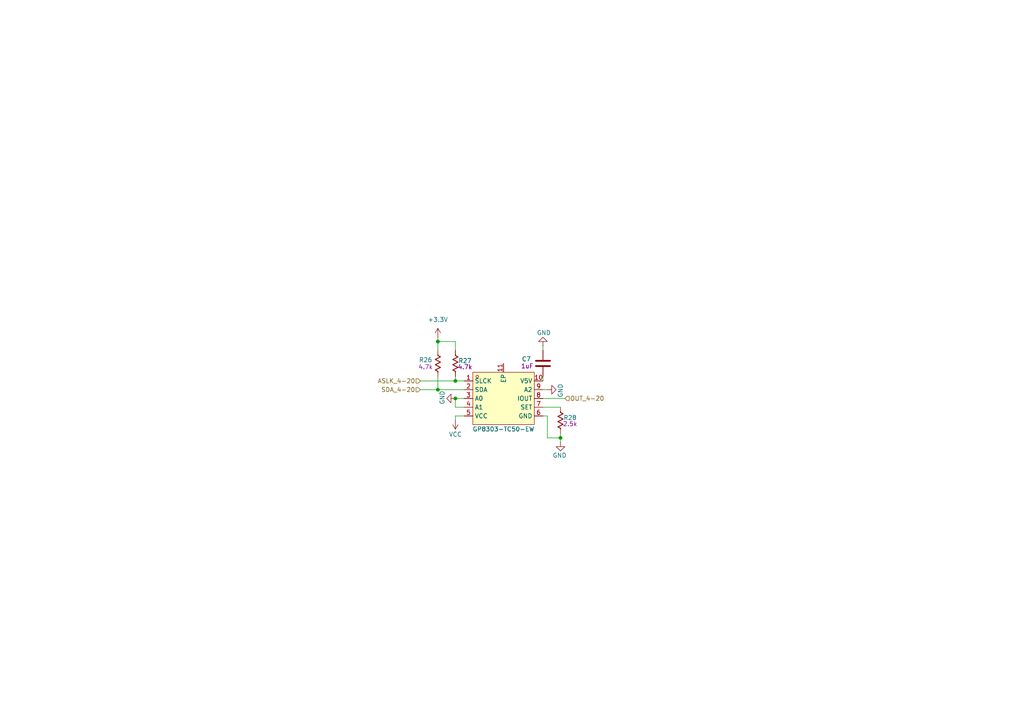
<source format=kicad_sch>
(kicad_sch
	(version 20250114)
	(generator "eeschema")
	(generator_version "9.0")
	(uuid "be209b36-8197-4200-8578-d3adcde8fef1")
	(paper "A4")
	(lib_symbols
		(symbol "EDA:GP8303-TC50-EW"
			(exclude_from_sim no)
			(in_bom yes)
			(on_board yes)
			(property "Reference" "U"
				(at 0 15.24 0)
				(effects
					(font
						(size 1.27 1.27)
					)
				)
			)
			(property "Value" "GP8303-TC50-EW"
				(at 0 -10.16 0)
				(effects
					(font
						(size 1.27 1.27)
					)
				)
			)
			(property "Footprint" "EasyEDA:ESOP-10_L4.9-W3.9-P1.00-LS6.1-BL-EP"
				(at 0 -12.7 0)
				(effects
					(font
						(size 1.27 1.27)
					)
					(hide yes)
				)
			)
			(property "Datasheet" ""
				(at 0 0 0)
				(effects
					(font
						(size 1.27 1.27)
					)
					(hide yes)
				)
			)
			(property "Description" ""
				(at 0 0 0)
				(effects
					(font
						(size 1.27 1.27)
					)
					(hide yes)
				)
			)
			(property "LCSC Part" "C3445809"
				(at 0 -15.24 0)
				(effects
					(font
						(size 1.27 1.27)
					)
					(hide yes)
				)
			)
			(symbol "GP8303-TC50-EW_0_1"
				(rectangle
					(start -8.89 7.62)
					(end 8.89 -7.62)
					(stroke
						(width 0)
						(type default)
					)
					(fill
						(type background)
					)
				)
				(circle
					(center -7.62 6.35)
					(radius 0.38)
					(stroke
						(width 0)
						(type default)
					)
					(fill
						(type none)
					)
				)
				(pin unspecified line
					(at -11.43 5.08 0)
					(length 2.54)
					(name "SLCK"
						(effects
							(font
								(size 1.27 1.27)
							)
						)
					)
					(number "1"
						(effects
							(font
								(size 1.27 1.27)
							)
						)
					)
				)
				(pin unspecified line
					(at -11.43 2.54 0)
					(length 2.54)
					(name "SDA"
						(effects
							(font
								(size 1.27 1.27)
							)
						)
					)
					(number "2"
						(effects
							(font
								(size 1.27 1.27)
							)
						)
					)
				)
				(pin unspecified line
					(at -11.43 0 0)
					(length 2.54)
					(name "A0"
						(effects
							(font
								(size 1.27 1.27)
							)
						)
					)
					(number "3"
						(effects
							(font
								(size 1.27 1.27)
							)
						)
					)
				)
				(pin unspecified line
					(at -11.43 -2.54 0)
					(length 2.54)
					(name "A1"
						(effects
							(font
								(size 1.27 1.27)
							)
						)
					)
					(number "4"
						(effects
							(font
								(size 1.27 1.27)
							)
						)
					)
				)
				(pin unspecified line
					(at -11.43 -5.08 0)
					(length 2.54)
					(name "VCC"
						(effects
							(font
								(size 1.27 1.27)
							)
						)
					)
					(number "5"
						(effects
							(font
								(size 1.27 1.27)
							)
						)
					)
				)
				(pin unspecified line
					(at 0 10.16 270)
					(length 2.54)
					(name "EP"
						(effects
							(font
								(size 1.27 1.27)
							)
						)
					)
					(number "11"
						(effects
							(font
								(size 1.27 1.27)
							)
						)
					)
				)
				(pin unspecified line
					(at 11.43 5.08 180)
					(length 2.54)
					(name "V5V"
						(effects
							(font
								(size 1.27 1.27)
							)
						)
					)
					(number "10"
						(effects
							(font
								(size 1.27 1.27)
							)
						)
					)
				)
				(pin unspecified line
					(at 11.43 2.54 180)
					(length 2.54)
					(name "A2"
						(effects
							(font
								(size 1.27 1.27)
							)
						)
					)
					(number "9"
						(effects
							(font
								(size 1.27 1.27)
							)
						)
					)
				)
				(pin unspecified line
					(at 11.43 0 180)
					(length 2.54)
					(name "IOUT"
						(effects
							(font
								(size 1.27 1.27)
							)
						)
					)
					(number "8"
						(effects
							(font
								(size 1.27 1.27)
							)
						)
					)
				)
				(pin unspecified line
					(at 11.43 -2.54 180)
					(length 2.54)
					(name "SET"
						(effects
							(font
								(size 1.27 1.27)
							)
						)
					)
					(number "7"
						(effects
							(font
								(size 1.27 1.27)
							)
						)
					)
				)
				(pin unspecified line
					(at 11.43 -5.08 180)
					(length 2.54)
					(name "GND"
						(effects
							(font
								(size 1.27 1.27)
							)
						)
					)
					(number "6"
						(effects
							(font
								(size 1.27 1.27)
							)
						)
					)
				)
			)
			(embedded_fonts no)
		)
		(symbol "PCM_Capacitor_US_AKL:C_0603"
			(pin_numbers
				(hide yes)
			)
			(pin_names
				(offset 0.254)
			)
			(exclude_from_sim no)
			(in_bom yes)
			(on_board yes)
			(property "Reference" "C"
				(at 0.635 2.54 0)
				(effects
					(font
						(size 1.27 1.27)
					)
					(justify left)
				)
			)
			(property "Value" "C_0603"
				(at 0.635 -2.54 0)
				(effects
					(font
						(size 1.27 1.27)
					)
					(justify left)
				)
			)
			(property "Footprint" "PCM_Capacitor_SMD_AKL:C_0603_1608Metric"
				(at 0.9652 -3.81 0)
				(effects
					(font
						(size 1.27 1.27)
					)
					(hide yes)
				)
			)
			(property "Datasheet" "~"
				(at 0 0 0)
				(effects
					(font
						(size 1.27 1.27)
					)
					(hide yes)
				)
			)
			(property "Description" "SMD 0603 MLCC capacitor, Alternate KiCad Library"
				(at 0 0 0)
				(effects
					(font
						(size 1.27 1.27)
					)
					(hide yes)
				)
			)
			(property "ki_keywords" "cap capacitor ceramic chip mlcc smd 0603"
				(at 0 0 0)
				(effects
					(font
						(size 1.27 1.27)
					)
					(hide yes)
				)
			)
			(property "ki_fp_filters" "C_*"
				(at 0 0 0)
				(effects
					(font
						(size 1.27 1.27)
					)
					(hide yes)
				)
			)
			(symbol "C_0603_0_1"
				(polyline
					(pts
						(xy -2.032 0.762) (xy 2.032 0.762)
					)
					(stroke
						(width 0.508)
						(type default)
					)
					(fill
						(type none)
					)
				)
				(polyline
					(pts
						(xy -2.032 -0.762) (xy 2.032 -0.762)
					)
					(stroke
						(width 0.508)
						(type default)
					)
					(fill
						(type none)
					)
				)
			)
			(symbol "C_0603_0_2"
				(polyline
					(pts
						(xy -2.54 -2.54) (xy -0.381 -0.381)
					)
					(stroke
						(width 0)
						(type default)
					)
					(fill
						(type none)
					)
				)
				(polyline
					(pts
						(xy -0.508 -0.508) (xy -1.651 0.635)
					)
					(stroke
						(width 0.508)
						(type default)
					)
					(fill
						(type none)
					)
				)
				(polyline
					(pts
						(xy -0.508 -0.508) (xy 0.635 -1.651)
					)
					(stroke
						(width 0.508)
						(type default)
					)
					(fill
						(type none)
					)
				)
				(polyline
					(pts
						(xy 0.381 0.381) (xy 2.54 2.54)
					)
					(stroke
						(width 0)
						(type default)
					)
					(fill
						(type none)
					)
				)
				(polyline
					(pts
						(xy 0.508 0.508) (xy -0.635 1.651)
					)
					(stroke
						(width 0.508)
						(type default)
					)
					(fill
						(type none)
					)
				)
				(polyline
					(pts
						(xy 0.508 0.508) (xy 1.651 -0.635)
					)
					(stroke
						(width 0.508)
						(type default)
					)
					(fill
						(type none)
					)
				)
			)
			(symbol "C_0603_1_1"
				(pin passive line
					(at 0 3.81 270)
					(length 2.794)
					(name "~"
						(effects
							(font
								(size 1.27 1.27)
							)
						)
					)
					(number "1"
						(effects
							(font
								(size 1.27 1.27)
							)
						)
					)
				)
				(pin passive line
					(at 0 -3.81 90)
					(length 2.794)
					(name "~"
						(effects
							(font
								(size 1.27 1.27)
							)
						)
					)
					(number "2"
						(effects
							(font
								(size 1.27 1.27)
							)
						)
					)
				)
			)
			(symbol "C_0603_1_2"
				(pin passive line
					(at -2.54 -2.54 90)
					(length 0)
					(name "~"
						(effects
							(font
								(size 1.27 1.27)
							)
						)
					)
					(number "2"
						(effects
							(font
								(size 1.27 1.27)
							)
						)
					)
				)
				(pin passive line
					(at 2.54 2.54 270)
					(length 0)
					(name "~"
						(effects
							(font
								(size 1.27 1.27)
							)
						)
					)
					(number "1"
						(effects
							(font
								(size 1.27 1.27)
							)
						)
					)
				)
			)
			(embedded_fonts no)
		)
		(symbol "PCM_Resistor_US_AKL:R_0603"
			(pin_numbers
				(hide yes)
			)
			(pin_names
				(offset 0)
			)
			(exclude_from_sim no)
			(in_bom yes)
			(on_board yes)
			(property "Reference" "R"
				(at 2.54 1.27 0)
				(effects
					(font
						(size 1.27 1.27)
					)
					(justify left)
				)
			)
			(property "Value" "R_0603"
				(at 2.54 -1.27 0)
				(effects
					(font
						(size 1.27 1.27)
					)
					(justify left)
				)
			)
			(property "Footprint" "PCM_Resistor_SMD_AKL:R_0603_1608Metric"
				(at 0 -11.43 0)
				(effects
					(font
						(size 1.27 1.27)
					)
					(hide yes)
				)
			)
			(property "Datasheet" "~"
				(at 0 0 0)
				(effects
					(font
						(size 1.27 1.27)
					)
					(hide yes)
				)
			)
			(property "Description" "SMD 0603 Chip Resistor, US Symbol, Alternate KiCad Library"
				(at 0 0 0)
				(effects
					(font
						(size 1.27 1.27)
					)
					(hide yes)
				)
			)
			(property "ki_keywords" "R res resistor us SMD 0603"
				(at 0 0 0)
				(effects
					(font
						(size 1.27 1.27)
					)
					(hide yes)
				)
			)
			(property "ki_fp_filters" "R_*"
				(at 0 0 0)
				(effects
					(font
						(size 1.27 1.27)
					)
					(hide yes)
				)
			)
			(symbol "R_0603_0_1"
				(polyline
					(pts
						(xy 0 2.286) (xy 0 2.54)
					)
					(stroke
						(width 0.254)
						(type default)
					)
					(fill
						(type none)
					)
				)
				(polyline
					(pts
						(xy 0 2.286) (xy 0.762 1.905) (xy -0.762 1.143) (xy 0 0.762) (xy 0.762 0.381) (xy 0 0) (xy -0.762 -0.381)
						(xy 0 -0.762) (xy 0.762 -1.143) (xy 0 -1.524) (xy -0.762 -1.905) (xy 0 -2.286)
					)
					(stroke
						(width 0.254)
						(type default)
					)
					(fill
						(type none)
					)
				)
				(polyline
					(pts
						(xy 0 -2.286) (xy 0 -2.54)
					)
					(stroke
						(width 0.254)
						(type default)
					)
					(fill
						(type none)
					)
				)
			)
			(symbol "R_0603_0_2"
				(polyline
					(pts
						(xy -2.54 -2.54) (xy -1.778 -1.778)
					)
					(stroke
						(width 0)
						(type default)
					)
					(fill
						(type none)
					)
				)
				(polyline
					(pts
						(xy -1.778 -1.778) (xy -1.524 -1.524)
					)
					(stroke
						(width 0.254)
						(type default)
					)
					(fill
						(type none)
					)
				)
				(polyline
					(pts
						(xy -1.524 -1.524) (xy -1.778 -0.762) (xy -1.016 -1.016)
					)
					(stroke
						(width 0.254)
						(type default)
					)
					(fill
						(type none)
					)
				)
				(polyline
					(pts
						(xy -0.508 -0.508) (xy -0.762 0.254) (xy 0 0)
					)
					(stroke
						(width 0.254)
						(type default)
					)
					(fill
						(type none)
					)
				)
				(polyline
					(pts
						(xy -0.508 -0.508) (xy -0.254 -1.27) (xy -1.016 -1.016)
					)
					(stroke
						(width 0.254)
						(type default)
					)
					(fill
						(type none)
					)
				)
				(polyline
					(pts
						(xy 0.508 0.508) (xy 0.254 1.27) (xy 1.016 1.016)
					)
					(stroke
						(width 0.254)
						(type default)
					)
					(fill
						(type none)
					)
				)
				(polyline
					(pts
						(xy 0.508 0.508) (xy 0.762 -0.254) (xy 0 0)
					)
					(stroke
						(width 0.254)
						(type default)
					)
					(fill
						(type none)
					)
				)
				(polyline
					(pts
						(xy 1.524 1.524) (xy 1.778 0.762) (xy 1.016 1.016)
					)
					(stroke
						(width 0.254)
						(type default)
					)
					(fill
						(type none)
					)
				)
				(polyline
					(pts
						(xy 1.778 1.778) (xy 1.524 1.524)
					)
					(stroke
						(width 0.254)
						(type default)
					)
					(fill
						(type none)
					)
				)
				(polyline
					(pts
						(xy 1.778 1.778) (xy 2.54 2.54)
					)
					(stroke
						(width 0)
						(type default)
					)
					(fill
						(type none)
					)
				)
			)
			(symbol "R_0603_1_1"
				(pin passive line
					(at 0 3.81 270)
					(length 1.27)
					(name "~"
						(effects
							(font
								(size 1.27 1.27)
							)
						)
					)
					(number "1"
						(effects
							(font
								(size 1.27 1.27)
							)
						)
					)
				)
				(pin passive line
					(at 0 -3.81 90)
					(length 1.27)
					(name "~"
						(effects
							(font
								(size 1.27 1.27)
							)
						)
					)
					(number "2"
						(effects
							(font
								(size 1.27 1.27)
							)
						)
					)
				)
			)
			(symbol "R_0603_1_2"
				(pin passive line
					(at -2.54 -2.54 0)
					(length 0)
					(name ""
						(effects
							(font
								(size 1.27 1.27)
							)
						)
					)
					(number "2"
						(effects
							(font
								(size 1.27 1.27)
							)
						)
					)
				)
				(pin passive line
					(at 2.54 2.54 180)
					(length 0)
					(name ""
						(effects
							(font
								(size 1.27 1.27)
							)
						)
					)
					(number "1"
						(effects
							(font
								(size 1.27 1.27)
							)
						)
					)
				)
			)
			(embedded_fonts no)
		)
		(symbol "power:+3.3V"
			(power)
			(pin_numbers
				(hide yes)
			)
			(pin_names
				(offset 0)
				(hide yes)
			)
			(exclude_from_sim no)
			(in_bom yes)
			(on_board yes)
			(property "Reference" "#PWR"
				(at 0 -3.81 0)
				(effects
					(font
						(size 1.27 1.27)
					)
					(hide yes)
				)
			)
			(property "Value" "+3.3V"
				(at 0 3.556 0)
				(effects
					(font
						(size 1.27 1.27)
					)
				)
			)
			(property "Footprint" ""
				(at 0 0 0)
				(effects
					(font
						(size 1.27 1.27)
					)
					(hide yes)
				)
			)
			(property "Datasheet" ""
				(at 0 0 0)
				(effects
					(font
						(size 1.27 1.27)
					)
					(hide yes)
				)
			)
			(property "Description" "Power symbol creates a global label with name \"+3.3V\""
				(at 0 0 0)
				(effects
					(font
						(size 1.27 1.27)
					)
					(hide yes)
				)
			)
			(property "ki_keywords" "global power"
				(at 0 0 0)
				(effects
					(font
						(size 1.27 1.27)
					)
					(hide yes)
				)
			)
			(symbol "+3.3V_0_1"
				(polyline
					(pts
						(xy -0.762 1.27) (xy 0 2.54)
					)
					(stroke
						(width 0)
						(type default)
					)
					(fill
						(type none)
					)
				)
				(polyline
					(pts
						(xy 0 2.54) (xy 0.762 1.27)
					)
					(stroke
						(width 0)
						(type default)
					)
					(fill
						(type none)
					)
				)
				(polyline
					(pts
						(xy 0 0) (xy 0 2.54)
					)
					(stroke
						(width 0)
						(type default)
					)
					(fill
						(type none)
					)
				)
			)
			(symbol "+3.3V_1_1"
				(pin power_in line
					(at 0 0 90)
					(length 0)
					(name "~"
						(effects
							(font
								(size 1.27 1.27)
							)
						)
					)
					(number "1"
						(effects
							(font
								(size 1.27 1.27)
							)
						)
					)
				)
			)
			(embedded_fonts no)
		)
		(symbol "power:GND"
			(power)
			(pin_numbers
				(hide yes)
			)
			(pin_names
				(offset 0)
				(hide yes)
			)
			(exclude_from_sim no)
			(in_bom yes)
			(on_board yes)
			(property "Reference" "#PWR"
				(at 0 -6.35 0)
				(effects
					(font
						(size 1.27 1.27)
					)
					(hide yes)
				)
			)
			(property "Value" "GND"
				(at 0 -3.81 0)
				(effects
					(font
						(size 1.27 1.27)
					)
				)
			)
			(property "Footprint" ""
				(at 0 0 0)
				(effects
					(font
						(size 1.27 1.27)
					)
					(hide yes)
				)
			)
			(property "Datasheet" ""
				(at 0 0 0)
				(effects
					(font
						(size 1.27 1.27)
					)
					(hide yes)
				)
			)
			(property "Description" "Power symbol creates a global label with name \"GND\" , ground"
				(at 0 0 0)
				(effects
					(font
						(size 1.27 1.27)
					)
					(hide yes)
				)
			)
			(property "ki_keywords" "global power"
				(at 0 0 0)
				(effects
					(font
						(size 1.27 1.27)
					)
					(hide yes)
				)
			)
			(symbol "GND_0_1"
				(polyline
					(pts
						(xy 0 0) (xy 0 -1.27) (xy 1.27 -1.27) (xy 0 -2.54) (xy -1.27 -1.27) (xy 0 -1.27)
					)
					(stroke
						(width 0)
						(type default)
					)
					(fill
						(type none)
					)
				)
			)
			(symbol "GND_1_1"
				(pin power_in line
					(at 0 0 270)
					(length 0)
					(name "~"
						(effects
							(font
								(size 1.27 1.27)
							)
						)
					)
					(number "1"
						(effects
							(font
								(size 1.27 1.27)
							)
						)
					)
				)
			)
			(embedded_fonts no)
		)
		(symbol "power:VCC"
			(power)
			(pin_numbers
				(hide yes)
			)
			(pin_names
				(offset 0)
				(hide yes)
			)
			(exclude_from_sim no)
			(in_bom yes)
			(on_board yes)
			(property "Reference" "#PWR"
				(at 0 -3.81 0)
				(effects
					(font
						(size 1.27 1.27)
					)
					(hide yes)
				)
			)
			(property "Value" "VCC"
				(at 0 3.556 0)
				(effects
					(font
						(size 1.27 1.27)
					)
				)
			)
			(property "Footprint" ""
				(at 0 0 0)
				(effects
					(font
						(size 1.27 1.27)
					)
					(hide yes)
				)
			)
			(property "Datasheet" ""
				(at 0 0 0)
				(effects
					(font
						(size 1.27 1.27)
					)
					(hide yes)
				)
			)
			(property "Description" "Power symbol creates a global label with name \"VCC\""
				(at 0 0 0)
				(effects
					(font
						(size 1.27 1.27)
					)
					(hide yes)
				)
			)
			(property "ki_keywords" "global power"
				(at 0 0 0)
				(effects
					(font
						(size 1.27 1.27)
					)
					(hide yes)
				)
			)
			(symbol "VCC_0_1"
				(polyline
					(pts
						(xy -0.762 1.27) (xy 0 2.54)
					)
					(stroke
						(width 0)
						(type default)
					)
					(fill
						(type none)
					)
				)
				(polyline
					(pts
						(xy 0 2.54) (xy 0.762 1.27)
					)
					(stroke
						(width 0)
						(type default)
					)
					(fill
						(type none)
					)
				)
				(polyline
					(pts
						(xy 0 0) (xy 0 2.54)
					)
					(stroke
						(width 0)
						(type default)
					)
					(fill
						(type none)
					)
				)
			)
			(symbol "VCC_1_1"
				(pin power_in line
					(at 0 0 90)
					(length 0)
					(name "~"
						(effects
							(font
								(size 1.27 1.27)
							)
						)
					)
					(number "1"
						(effects
							(font
								(size 1.27 1.27)
							)
						)
					)
				)
			)
			(embedded_fonts no)
		)
	)
	(junction
		(at 162.56 127)
		(diameter 0)
		(color 0 0 0 0)
		(uuid "1394145b-53fe-4061-bee3-69aeb5cb932a")
	)
	(junction
		(at 132.08 115.57)
		(diameter 0)
		(color 0 0 0 0)
		(uuid "5696709f-2fa1-4d0a-8354-57049819f415")
	)
	(junction
		(at 127 99.06)
		(diameter 0)
		(color 0 0 0 0)
		(uuid "6ad97062-bb44-47cf-bca8-c1f8326c8692")
	)
	(junction
		(at 132.08 110.49)
		(diameter 0)
		(color 0 0 0 0)
		(uuid "b99ccc66-929e-40f5-96f2-e29733e24db5")
	)
	(junction
		(at 127 113.03)
		(diameter 0)
		(color 0 0 0 0)
		(uuid "f077f58f-e317-48a1-aa8f-4f8830ca85cf")
	)
	(wire
		(pts
			(xy 158.75 113.03) (xy 157.48 113.03)
		)
		(stroke
			(width 0)
			(type default)
		)
		(uuid "038da09f-c665-4c00-a7c4-81f578582d46")
	)
	(wire
		(pts
			(xy 127 113.03) (xy 134.62 113.03)
		)
		(stroke
			(width 0)
			(type default)
		)
		(uuid "13cb7097-4432-4d8e-89b7-bf55d928ce3a")
	)
	(wire
		(pts
			(xy 121.92 113.03) (xy 127 113.03)
		)
		(stroke
			(width 0)
			(type default)
		)
		(uuid "19104bd0-aa0a-463c-8d31-8c59406fbbcb")
	)
	(wire
		(pts
			(xy 157.48 115.57) (xy 163.83 115.57)
		)
		(stroke
			(width 0)
			(type default)
		)
		(uuid "1ab63816-228c-4254-943c-87c39327597a")
	)
	(wire
		(pts
			(xy 132.08 118.11) (xy 132.08 115.57)
		)
		(stroke
			(width 0)
			(type default)
		)
		(uuid "1e392afd-2fa6-4ffa-ba9a-f4561e70f04f")
	)
	(wire
		(pts
			(xy 162.56 127) (xy 162.56 128.27)
		)
		(stroke
			(width 0)
			(type default)
		)
		(uuid "1ebc4997-8582-4410-9f13-3fa70443ccb9")
	)
	(wire
		(pts
			(xy 157.48 101.6) (xy 157.48 100.33)
		)
		(stroke
			(width 0)
			(type default)
		)
		(uuid "2474b76b-43b2-48f6-98ec-70a77eada4b7")
	)
	(wire
		(pts
			(xy 132.08 120.65) (xy 132.08 121.92)
		)
		(stroke
			(width 0)
			(type default)
		)
		(uuid "2b1b6f03-e042-4a8d-add6-db5718e189ea")
	)
	(wire
		(pts
			(xy 162.56 125.73) (xy 162.56 127)
		)
		(stroke
			(width 0)
			(type default)
		)
		(uuid "32f5ae17-770f-4de3-b701-e81bd00c18c9")
	)
	(wire
		(pts
			(xy 127 97.79) (xy 127 99.06)
		)
		(stroke
			(width 0)
			(type default)
		)
		(uuid "3c66b175-e551-453a-b4b6-4a35f28f4010")
	)
	(wire
		(pts
			(xy 121.92 110.49) (xy 132.08 110.49)
		)
		(stroke
			(width 0)
			(type default)
		)
		(uuid "40e981be-935b-46d9-9909-ba8e882e0948")
	)
	(wire
		(pts
			(xy 158.75 127) (xy 162.56 127)
		)
		(stroke
			(width 0)
			(type default)
		)
		(uuid "50c86f64-06c9-42d6-bac4-30d80712ddef")
	)
	(wire
		(pts
			(xy 132.08 109.22) (xy 132.08 110.49)
		)
		(stroke
			(width 0)
			(type default)
		)
		(uuid "523b694a-aa6d-4ca1-adc3-5e403b6820ca")
	)
	(wire
		(pts
			(xy 132.08 110.49) (xy 134.62 110.49)
		)
		(stroke
			(width 0)
			(type default)
		)
		(uuid "540fdfde-c6e9-461c-b0c2-b3dd1e4b0320")
	)
	(wire
		(pts
			(xy 157.48 120.65) (xy 158.75 120.65)
		)
		(stroke
			(width 0)
			(type default)
		)
		(uuid "5a635721-7c6b-4a2e-b617-1dea35792e35")
	)
	(wire
		(pts
			(xy 134.62 120.65) (xy 132.08 120.65)
		)
		(stroke
			(width 0)
			(type default)
		)
		(uuid "62ed7e05-53d9-445a-b7ec-2f3c034eb28f")
	)
	(wire
		(pts
			(xy 127 109.22) (xy 127 113.03)
		)
		(stroke
			(width 0)
			(type default)
		)
		(uuid "8a4ed56a-8162-426b-84d4-fb3f282867ed")
	)
	(wire
		(pts
			(xy 132.08 99.06) (xy 132.08 101.6)
		)
		(stroke
			(width 0)
			(type default)
		)
		(uuid "9741c0d5-c528-4ca0-b445-b50961989078")
	)
	(wire
		(pts
			(xy 158.75 120.65) (xy 158.75 127)
		)
		(stroke
			(width 0)
			(type default)
		)
		(uuid "b4f1cadf-6e47-4d2d-a3ab-3b8435901e12")
	)
	(wire
		(pts
			(xy 127 99.06) (xy 127 101.6)
		)
		(stroke
			(width 0)
			(type default)
		)
		(uuid "c22a5bed-c405-4828-8cc6-db33bed0e497")
	)
	(wire
		(pts
			(xy 132.08 115.57) (xy 134.62 115.57)
		)
		(stroke
			(width 0)
			(type default)
		)
		(uuid "c4cbf74d-d129-4ecb-9dbd-a366a89fb484")
	)
	(wire
		(pts
			(xy 157.48 118.11) (xy 162.56 118.11)
		)
		(stroke
			(width 0)
			(type default)
		)
		(uuid "ed2e5868-b988-494a-bc8e-be4f24c6bbdc")
	)
	(wire
		(pts
			(xy 134.62 118.11) (xy 132.08 118.11)
		)
		(stroke
			(width 0)
			(type default)
		)
		(uuid "f1cce55d-005a-43d5-980a-829899b265bb")
	)
	(wire
		(pts
			(xy 157.48 109.22) (xy 157.48 110.49)
		)
		(stroke
			(width 0)
			(type default)
		)
		(uuid "f2e9a620-30b2-40f6-a3b9-2d3c481e1c88")
	)
	(wire
		(pts
			(xy 127 99.06) (xy 132.08 99.06)
		)
		(stroke
			(width 0)
			(type default)
		)
		(uuid "f6467ef1-d0c0-426a-838a-a8672dad2866")
	)
	(hierarchical_label "OUT_4-20"
		(shape input)
		(at 163.83 115.57 0)
		(effects
			(font
				(size 1.27 1.27)
			)
			(justify left)
		)
		(uuid "21daa2ba-d919-42bd-b896-27b7395b4c95")
	)
	(hierarchical_label "SDA_4-20"
		(shape input)
		(at 121.92 113.03 180)
		(effects
			(font
				(size 1.27 1.27)
			)
			(justify right)
		)
		(uuid "88c4decc-400c-49a9-8e1d-7472a4b8c734")
	)
	(hierarchical_label "ASLK_4-20"
		(shape input)
		(at 121.92 110.49 180)
		(effects
			(font
				(size 1.27 1.27)
			)
			(justify right)
		)
		(uuid "b1bf7ad1-058d-44b4-aa60-ab2625e63375")
	)
	(symbol
		(lib_id "power:GND")
		(at 158.75 113.03 90)
		(unit 1)
		(exclude_from_sim no)
		(in_bom yes)
		(on_board yes)
		(dnp no)
		(uuid "0e26c96c-f2d4-4afb-b5b8-30abe91a1c9a")
		(property "Reference" "#PWR047"
			(at 165.1 113.03 0)
			(effects
				(font
					(size 1.27 1.27)
				)
				(hide yes)
			)
		)
		(property "Value" "GND"
			(at 162.56 113.284 0)
			(effects
				(font
					(size 1.27 1.27)
				)
			)
		)
		(property "Footprint" ""
			(at 158.75 113.03 0)
			(effects
				(font
					(size 1.27 1.27)
				)
				(hide yes)
			)
		)
		(property "Datasheet" ""
			(at 158.75 113.03 0)
			(effects
				(font
					(size 1.27 1.27)
				)
				(hide yes)
			)
		)
		(property "Description" "Power symbol creates a global label with name \"GND\" , ground"
			(at 158.75 113.03 0)
			(effects
				(font
					(size 1.27 1.27)
				)
				(hide yes)
			)
		)
		(pin "1"
			(uuid "ffafdb31-4722-4dfa-ab67-aa9bd2d46cb1")
		)
		(instances
			(project "Nivara Controls"
				(path "/42622735-4343-4315-af64-a45701a752b6/711b914f-41ac-411e-bef3-8ade05c9a19b/cbcf208c-e443-4aaa-a191-d1f768e4cf7c"
					(reference "#PWR047")
					(unit 1)
				)
			)
		)
	)
	(symbol
		(lib_id "PCM_Resistor_US_AKL:R_0603")
		(at 162.56 121.92 180)
		(unit 1)
		(exclude_from_sim no)
		(in_bom yes)
		(on_board yes)
		(dnp no)
		(uuid "1708da38-37f4-4a3b-9114-5f0da99b0e53")
		(property "Reference" "R28"
			(at 165.354 121.158 0)
			(effects
				(font
					(size 1.27 1.27)
				)
			)
		)
		(property "Value" "R_0603"
			(at 160.274 122.174 90)
			(effects
				(font
					(size 1.27 1.27)
				)
				(hide yes)
			)
		)
		(property "Footprint" "Resistor_SMD:R_0603_1608Metric"
			(at 162.56 110.49 0)
			(effects
				(font
					(size 1.27 1.27)
				)
				(hide yes)
			)
		)
		(property "Datasheet" "~"
			(at 162.56 121.92 0)
			(effects
				(font
					(size 1.27 1.27)
				)
				(hide yes)
			)
		)
		(property "Description" "SMD 0603 Chip Resistor, US Symbol, Alternate KiCad Library"
			(at 162.56 121.92 0)
			(effects
				(font
					(size 1.27 1.27)
				)
				(hide yes)
			)
		)
		(property "Part Number" ""
			(at 162.56 121.92 0)
			(effects
				(font
					(size 1.27 1.27)
				)
				(hide yes)
			)
		)
		(property "Capacidad" "2.5k"
			(at 165.354 122.936 0)
			(effects
				(font
					(size 1.27 1.27)
				)
			)
		)
		(pin "1"
			(uuid "4a47dd3e-d043-4701-9fcf-8ccfca97e45b")
		)
		(pin "2"
			(uuid "fcb91416-d5ad-4408-b5a6-44ad575c4cc4")
		)
		(instances
			(project "Nivara Controls"
				(path "/42622735-4343-4315-af64-a45701a752b6/711b914f-41ac-411e-bef3-8ade05c9a19b/cbcf208c-e443-4aaa-a191-d1f768e4cf7c"
					(reference "R28")
					(unit 1)
				)
			)
		)
	)
	(symbol
		(lib_id "EDA:GP8303-TC50-EW")
		(at 146.05 115.57 0)
		(unit 1)
		(exclude_from_sim no)
		(in_bom yes)
		(on_board yes)
		(dnp no)
		(uuid "310d23d3-abcd-4075-affc-ea01fb125d36")
		(property "Reference" "U8"
			(at 146.05 125.73 0)
			(effects
				(font
					(size 1.27 1.27)
				)
				(hide yes)
			)
		)
		(property "Value" "GP8303-TC50-EW"
			(at 146.05 124.46 0)
			(effects
				(font
					(size 1.27 1.27)
				)
			)
		)
		(property "Footprint" "External:GP8303"
			(at 146.05 128.27 0)
			(effects
				(font
					(size 1.27 1.27)
				)
				(hide yes)
			)
		)
		(property "Datasheet" ""
			(at 146.05 115.57 0)
			(effects
				(font
					(size 1.27 1.27)
				)
				(hide yes)
			)
		)
		(property "Description" ""
			(at 146.05 115.57 0)
			(effects
				(font
					(size 1.27 1.27)
				)
				(hide yes)
			)
		)
		(property "LCSC Part" "C3445809"
			(at 146.05 130.81 0)
			(effects
				(font
					(size 1.27 1.27)
				)
				(hide yes)
			)
		)
		(pin "2"
			(uuid "e3df4564-6800-48a5-b1f3-620fe5de38b2")
		)
		(pin "11"
			(uuid "de2d3ffe-99fd-4cb9-a396-a51598ba175c")
		)
		(pin "5"
			(uuid "73644410-656e-47af-a250-60b7e0e97575")
		)
		(pin "9"
			(uuid "3e695678-9df1-4157-be8e-d0a6b6ac21ed")
		)
		(pin "7"
			(uuid "cd4a436d-abfb-47c4-b7cf-0eda3cbcc6dd")
		)
		(pin "3"
			(uuid "c1243a1c-db19-434c-b05d-5df5497956d2")
		)
		(pin "4"
			(uuid "278fd007-141b-4f5d-8e64-9d49f51a5696")
		)
		(pin "1"
			(uuid "16e0b27a-987b-4d24-8bde-95c605bca6bc")
		)
		(pin "6"
			(uuid "f72ba969-3a1f-44b7-ad4d-d86c5ee57e0f")
		)
		(pin "10"
			(uuid "5a0b4412-fdc6-43ca-ae12-d5ad30b9b74a")
		)
		(pin "8"
			(uuid "8872ee9d-da8b-4230-8503-90ba16f52737")
		)
		(instances
			(project ""
				(path "/42622735-4343-4315-af64-a45701a752b6/711b914f-41ac-411e-bef3-8ade05c9a19b/cbcf208c-e443-4aaa-a191-d1f768e4cf7c"
					(reference "U8")
					(unit 1)
				)
			)
		)
	)
	(symbol
		(lib_id "power:GND")
		(at 132.08 115.57 270)
		(unit 1)
		(exclude_from_sim no)
		(in_bom yes)
		(on_board yes)
		(dnp no)
		(uuid "325d8258-0e54-4c69-ada3-7ad2014f587c")
		(property "Reference" "#PWR044"
			(at 125.73 115.57 0)
			(effects
				(font
					(size 1.27 1.27)
				)
				(hide yes)
			)
		)
		(property "Value" "GND"
			(at 128.27 115.316 0)
			(effects
				(font
					(size 1.27 1.27)
				)
			)
		)
		(property "Footprint" ""
			(at 132.08 115.57 0)
			(effects
				(font
					(size 1.27 1.27)
				)
				(hide yes)
			)
		)
		(property "Datasheet" ""
			(at 132.08 115.57 0)
			(effects
				(font
					(size 1.27 1.27)
				)
				(hide yes)
			)
		)
		(property "Description" "Power symbol creates a global label with name \"GND\" , ground"
			(at 132.08 115.57 0)
			(effects
				(font
					(size 1.27 1.27)
				)
				(hide yes)
			)
		)
		(pin "1"
			(uuid "b6f9e3f2-80f0-43b7-a821-6318c10041af")
		)
		(instances
			(project "Nivara Controls"
				(path "/42622735-4343-4315-af64-a45701a752b6/711b914f-41ac-411e-bef3-8ade05c9a19b/cbcf208c-e443-4aaa-a191-d1f768e4cf7c"
					(reference "#PWR044")
					(unit 1)
				)
			)
		)
	)
	(symbol
		(lib_id "PCM_Capacitor_US_AKL:C_0603")
		(at 157.48 105.41 180)
		(unit 1)
		(exclude_from_sim no)
		(in_bom yes)
		(on_board yes)
		(dnp no)
		(uuid "51e612b5-ade1-4d47-92aa-67b4f9b5aca2")
		(property "Reference" "C7"
			(at 152.654 104.14 0)
			(effects
				(font
					(size 1.27 1.27)
				)
			)
		)
		(property "Value" "C_0603"
			(at 163.83 105.156 90)
			(effects
				(font
					(size 1.27 1.27)
				)
				(hide yes)
			)
		)
		(property "Footprint" "Capacitor_SMD:C_0402_1005Metric"
			(at 156.5148 101.6 0)
			(effects
				(font
					(size 1.27 1.27)
				)
				(hide yes)
			)
		)
		(property "Datasheet" "~"
			(at 157.48 105.41 0)
			(effects
				(font
					(size 1.27 1.27)
				)
				(hide yes)
			)
		)
		(property "Description" "SMD 0603 MLCC capacitor, Alternate KiCad Library"
			(at 157.48 105.41 0)
			(effects
				(font
					(size 1.27 1.27)
				)
				(hide yes)
			)
		)
		(property "Capacidad" "1uF"
			(at 152.908 106.172 0)
			(effects
				(font
					(size 1.27 1.27)
				)
			)
		)
		(property "Part Number" ""
			(at 157.48 105.41 0)
			(effects
				(font
					(size 1.27 1.27)
				)
			)
		)
		(property "Voltaje" ""
			(at 152.908 106.172 0)
			(effects
				(font
					(size 1.27 1.27)
				)
				(hide yes)
			)
		)
		(pin "1"
			(uuid "d17e90a8-4c2d-46ac-ad3d-a60fd4a642a9")
		)
		(pin "2"
			(uuid "1f28e09d-15f6-4df2-ab3c-1b24ba22c456")
		)
		(instances
			(project "Nivara Controls"
				(path "/42622735-4343-4315-af64-a45701a752b6/711b914f-41ac-411e-bef3-8ade05c9a19b/cbcf208c-e443-4aaa-a191-d1f768e4cf7c"
					(reference "C7")
					(unit 1)
				)
			)
		)
	)
	(symbol
		(lib_id "power:GND")
		(at 162.56 128.27 0)
		(unit 1)
		(exclude_from_sim no)
		(in_bom yes)
		(on_board yes)
		(dnp no)
		(uuid "5e20ca05-c467-4c48-9ebf-e91da98cf208")
		(property "Reference" "#PWR048"
			(at 162.56 134.62 0)
			(effects
				(font
					(size 1.27 1.27)
				)
				(hide yes)
			)
		)
		(property "Value" "GND"
			(at 162.306 132.08 0)
			(effects
				(font
					(size 1.27 1.27)
				)
			)
		)
		(property "Footprint" ""
			(at 162.56 128.27 0)
			(effects
				(font
					(size 1.27 1.27)
				)
				(hide yes)
			)
		)
		(property "Datasheet" ""
			(at 162.56 128.27 0)
			(effects
				(font
					(size 1.27 1.27)
				)
				(hide yes)
			)
		)
		(property "Description" "Power symbol creates a global label with name \"GND\" , ground"
			(at 162.56 128.27 0)
			(effects
				(font
					(size 1.27 1.27)
				)
				(hide yes)
			)
		)
		(pin "1"
			(uuid "0ad298db-2ea0-473a-a006-88cafd2bfd61")
		)
		(instances
			(project "Nivara Controls"
				(path "/42622735-4343-4315-af64-a45701a752b6/711b914f-41ac-411e-bef3-8ade05c9a19b/cbcf208c-e443-4aaa-a191-d1f768e4cf7c"
					(reference "#PWR048")
					(unit 1)
				)
			)
		)
	)
	(symbol
		(lib_id "PCM_Resistor_US_AKL:R_0603")
		(at 132.08 105.41 180)
		(unit 1)
		(exclude_from_sim no)
		(in_bom yes)
		(on_board yes)
		(dnp no)
		(uuid "654bb199-14f7-404c-9804-5f06aea11ac4")
		(property "Reference" "R27"
			(at 134.874 104.648 0)
			(effects
				(font
					(size 1.27 1.27)
				)
			)
		)
		(property "Value" "R_0603"
			(at 129.794 105.664 90)
			(effects
				(font
					(size 1.27 1.27)
				)
				(hide yes)
			)
		)
		(property "Footprint" "Resistor_SMD:R_0603_1608Metric"
			(at 132.08 93.98 0)
			(effects
				(font
					(size 1.27 1.27)
				)
				(hide yes)
			)
		)
		(property "Datasheet" "~"
			(at 132.08 105.41 0)
			(effects
				(font
					(size 1.27 1.27)
				)
				(hide yes)
			)
		)
		(property "Description" "SMD 0603 Chip Resistor, US Symbol, Alternate KiCad Library"
			(at 132.08 105.41 0)
			(effects
				(font
					(size 1.27 1.27)
				)
				(hide yes)
			)
		)
		(property "Part Number" ""
			(at 132.08 105.41 0)
			(effects
				(font
					(size 1.27 1.27)
				)
				(hide yes)
			)
		)
		(property "Capacidad" "4.7k"
			(at 134.874 106.426 0)
			(effects
				(font
					(size 1.27 1.27)
				)
			)
		)
		(pin "1"
			(uuid "0923b2a2-c45b-48f3-8683-f0d6d53047d7")
		)
		(pin "2"
			(uuid "92864cd5-86fb-4507-89ad-4a2be6bbaacb")
		)
		(instances
			(project "Nivara Controls"
				(path "/42622735-4343-4315-af64-a45701a752b6/711b914f-41ac-411e-bef3-8ade05c9a19b/cbcf208c-e443-4aaa-a191-d1f768e4cf7c"
					(reference "R27")
					(unit 1)
				)
			)
		)
	)
	(symbol
		(lib_id "PCM_Resistor_US_AKL:R_0603")
		(at 127 105.41 180)
		(unit 1)
		(exclude_from_sim no)
		(in_bom yes)
		(on_board yes)
		(dnp no)
		(uuid "65997b63-49d2-4a87-86aa-73bab8fb3220")
		(property "Reference" "R26"
			(at 123.444 104.394 0)
			(effects
				(font
					(size 1.27 1.27)
				)
			)
		)
		(property "Value" "R_0603"
			(at 124.714 105.664 90)
			(effects
				(font
					(size 1.27 1.27)
				)
				(hide yes)
			)
		)
		(property "Footprint" "Resistor_SMD:R_0603_1608Metric"
			(at 127 93.98 0)
			(effects
				(font
					(size 1.27 1.27)
				)
				(hide yes)
			)
		)
		(property "Datasheet" "~"
			(at 127 105.41 0)
			(effects
				(font
					(size 1.27 1.27)
				)
				(hide yes)
			)
		)
		(property "Description" "SMD 0603 Chip Resistor, US Symbol, Alternate KiCad Library"
			(at 127 105.41 0)
			(effects
				(font
					(size 1.27 1.27)
				)
				(hide yes)
			)
		)
		(property "Part Number" ""
			(at 127 105.41 0)
			(effects
				(font
					(size 1.27 1.27)
				)
				(hide yes)
			)
		)
		(property "Capacidad" "4.7k"
			(at 123.444 106.426 0)
			(effects
				(font
					(size 1.27 1.27)
				)
			)
		)
		(pin "1"
			(uuid "563afd54-831e-45fb-8842-ba92ce758415")
		)
		(pin "2"
			(uuid "6c632b3a-376f-4cb6-9d73-341bd75621e5")
		)
		(instances
			(project "Nivara Controls"
				(path "/42622735-4343-4315-af64-a45701a752b6/711b914f-41ac-411e-bef3-8ade05c9a19b/cbcf208c-e443-4aaa-a191-d1f768e4cf7c"
					(reference "R26")
					(unit 1)
				)
			)
		)
	)
	(symbol
		(lib_id "power:+3.3V")
		(at 127 97.79 0)
		(unit 1)
		(exclude_from_sim no)
		(in_bom yes)
		(on_board yes)
		(dnp no)
		(fields_autoplaced yes)
		(uuid "79bf5c2a-18bc-453b-bc35-d1ca9eed8f5b")
		(property "Reference" "#PWR043"
			(at 127 101.6 0)
			(effects
				(font
					(size 1.27 1.27)
				)
				(hide yes)
			)
		)
		(property "Value" "+3.3V"
			(at 127 92.71 0)
			(effects
				(font
					(size 1.27 1.27)
				)
			)
		)
		(property "Footprint" ""
			(at 127 97.79 0)
			(effects
				(font
					(size 1.27 1.27)
				)
				(hide yes)
			)
		)
		(property "Datasheet" ""
			(at 127 97.79 0)
			(effects
				(font
					(size 1.27 1.27)
				)
				(hide yes)
			)
		)
		(property "Description" "Power symbol creates a global label with name \"+3.3V\""
			(at 127 97.79 0)
			(effects
				(font
					(size 1.27 1.27)
				)
				(hide yes)
			)
		)
		(pin "1"
			(uuid "4ebf4ee4-0e82-4995-9f88-219b7fe60346")
		)
		(instances
			(project "Nivara Controls"
				(path "/42622735-4343-4315-af64-a45701a752b6/711b914f-41ac-411e-bef3-8ade05c9a19b/cbcf208c-e443-4aaa-a191-d1f768e4cf7c"
					(reference "#PWR043")
					(unit 1)
				)
			)
		)
	)
	(symbol
		(lib_id "power:GND")
		(at 157.48 100.33 180)
		(unit 1)
		(exclude_from_sim no)
		(in_bom yes)
		(on_board yes)
		(dnp no)
		(uuid "c58e5857-13c7-4abb-833f-15df0c45b72e")
		(property "Reference" "#PWR046"
			(at 157.48 93.98 0)
			(effects
				(font
					(size 1.27 1.27)
				)
				(hide yes)
			)
		)
		(property "Value" "GND"
			(at 157.734 96.52 0)
			(effects
				(font
					(size 1.27 1.27)
				)
			)
		)
		(property "Footprint" ""
			(at 157.48 100.33 0)
			(effects
				(font
					(size 1.27 1.27)
				)
				(hide yes)
			)
		)
		(property "Datasheet" ""
			(at 157.48 100.33 0)
			(effects
				(font
					(size 1.27 1.27)
				)
				(hide yes)
			)
		)
		(property "Description" "Power symbol creates a global label with name \"GND\" , ground"
			(at 157.48 100.33 0)
			(effects
				(font
					(size 1.27 1.27)
				)
				(hide yes)
			)
		)
		(pin "1"
			(uuid "57d30dfc-dffc-42e3-a192-00110737c11b")
		)
		(instances
			(project "Nivara Controls"
				(path "/42622735-4343-4315-af64-a45701a752b6/711b914f-41ac-411e-bef3-8ade05c9a19b/cbcf208c-e443-4aaa-a191-d1f768e4cf7c"
					(reference "#PWR046")
					(unit 1)
				)
			)
		)
	)
	(symbol
		(lib_id "power:VCC")
		(at 132.08 121.92 180)
		(unit 1)
		(exclude_from_sim no)
		(in_bom yes)
		(on_board yes)
		(dnp no)
		(uuid "f51fd60f-1635-4ad0-aca5-e5fcfc10ae41")
		(property "Reference" "#PWR045"
			(at 132.08 118.11 0)
			(effects
				(font
					(size 1.27 1.27)
				)
				(hide yes)
			)
		)
		(property "Value" "VCC"
			(at 132.08 125.984 0)
			(effects
				(font
					(size 1.27 1.27)
				)
			)
		)
		(property "Footprint" ""
			(at 132.08 121.92 0)
			(effects
				(font
					(size 1.27 1.27)
				)
				(hide yes)
			)
		)
		(property "Datasheet" ""
			(at 132.08 121.92 0)
			(effects
				(font
					(size 1.27 1.27)
				)
				(hide yes)
			)
		)
		(property "Description" "Power symbol creates a global label with name \"VCC\""
			(at 132.08 121.92 0)
			(effects
				(font
					(size 1.27 1.27)
				)
				(hide yes)
			)
		)
		(pin "1"
			(uuid "b02caa0b-e73b-4466-a8e9-3a065a73aaed")
		)
		(instances
			(project ""
				(path "/42622735-4343-4315-af64-a45701a752b6/711b914f-41ac-411e-bef3-8ade05c9a19b/cbcf208c-e443-4aaa-a191-d1f768e4cf7c"
					(reference "#PWR045")
					(unit 1)
				)
			)
		)
	)
)

</source>
